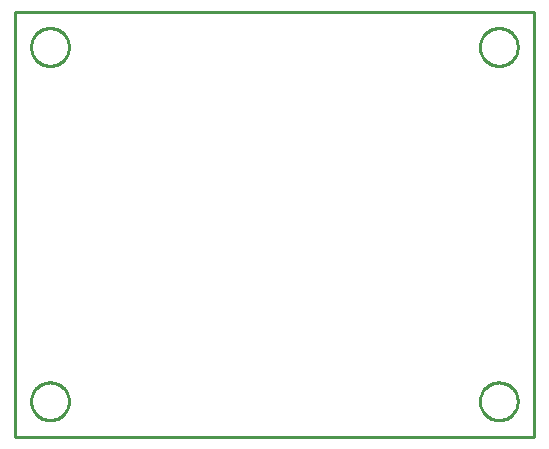
<source format=gbr>
G04 EAGLE Gerber RS-274X export*
G75*
%MOMM*%
%FSLAX34Y34*%
%LPD*%
%IN*%
%IPPOS*%
%AMOC8*
5,1,8,0,0,1.08239X$1,22.5*%
G01*
%ADD10C,0.254000*%


D10*
X0Y0D02*
X440000Y0D01*
X440000Y360000D01*
X0Y360000D01*
X0Y0D01*
X46000Y329476D02*
X45932Y328431D01*
X45795Y327392D01*
X45590Y326365D01*
X45319Y325353D01*
X44983Y324361D01*
X44582Y323393D01*
X44118Y322454D01*
X43595Y321546D01*
X43013Y320675D01*
X42375Y319844D01*
X41684Y319057D01*
X40943Y318316D01*
X40156Y317625D01*
X39325Y316988D01*
X38454Y316406D01*
X37546Y315882D01*
X36607Y315418D01*
X35639Y315017D01*
X34647Y314681D01*
X33635Y314410D01*
X32608Y314205D01*
X31569Y314069D01*
X30524Y314000D01*
X29476Y314000D01*
X28431Y314069D01*
X27392Y314205D01*
X26365Y314410D01*
X25353Y314681D01*
X24361Y315017D01*
X23393Y315418D01*
X22454Y315882D01*
X21546Y316406D01*
X20675Y316988D01*
X19844Y317625D01*
X19057Y318316D01*
X18316Y319057D01*
X17625Y319844D01*
X16988Y320675D01*
X16406Y321546D01*
X15882Y322454D01*
X15418Y323393D01*
X15017Y324361D01*
X14681Y325353D01*
X14410Y326365D01*
X14205Y327392D01*
X14069Y328431D01*
X14000Y329476D01*
X14000Y330524D01*
X14069Y331569D01*
X14205Y332608D01*
X14410Y333635D01*
X14681Y334647D01*
X15017Y335639D01*
X15418Y336607D01*
X15882Y337546D01*
X16406Y338454D01*
X16988Y339325D01*
X17625Y340156D01*
X18316Y340943D01*
X19057Y341684D01*
X19844Y342375D01*
X20675Y343013D01*
X21546Y343595D01*
X22454Y344118D01*
X23393Y344582D01*
X24361Y344983D01*
X25353Y345319D01*
X26365Y345590D01*
X27392Y345795D01*
X28431Y345932D01*
X29476Y346000D01*
X30524Y346000D01*
X31569Y345932D01*
X32608Y345795D01*
X33635Y345590D01*
X34647Y345319D01*
X35639Y344983D01*
X36607Y344582D01*
X37546Y344118D01*
X38454Y343595D01*
X39325Y343013D01*
X40156Y342375D01*
X40943Y341684D01*
X41684Y340943D01*
X42375Y340156D01*
X43013Y339325D01*
X43595Y338454D01*
X44118Y337546D01*
X44582Y336607D01*
X44983Y335639D01*
X45319Y334647D01*
X45590Y333635D01*
X45795Y332608D01*
X45932Y331569D01*
X46000Y330524D01*
X46000Y329476D01*
X46000Y29476D02*
X45932Y28431D01*
X45795Y27392D01*
X45590Y26365D01*
X45319Y25353D01*
X44983Y24361D01*
X44582Y23393D01*
X44118Y22454D01*
X43595Y21546D01*
X43013Y20675D01*
X42375Y19844D01*
X41684Y19057D01*
X40943Y18316D01*
X40156Y17625D01*
X39325Y16988D01*
X38454Y16406D01*
X37546Y15882D01*
X36607Y15418D01*
X35639Y15017D01*
X34647Y14681D01*
X33635Y14410D01*
X32608Y14205D01*
X31569Y14069D01*
X30524Y14000D01*
X29476Y14000D01*
X28431Y14069D01*
X27392Y14205D01*
X26365Y14410D01*
X25353Y14681D01*
X24361Y15017D01*
X23393Y15418D01*
X22454Y15882D01*
X21546Y16406D01*
X20675Y16988D01*
X19844Y17625D01*
X19057Y18316D01*
X18316Y19057D01*
X17625Y19844D01*
X16988Y20675D01*
X16406Y21546D01*
X15882Y22454D01*
X15418Y23393D01*
X15017Y24361D01*
X14681Y25353D01*
X14410Y26365D01*
X14205Y27392D01*
X14069Y28431D01*
X14000Y29476D01*
X14000Y30524D01*
X14069Y31569D01*
X14205Y32608D01*
X14410Y33635D01*
X14681Y34647D01*
X15017Y35639D01*
X15418Y36607D01*
X15882Y37546D01*
X16406Y38454D01*
X16988Y39325D01*
X17625Y40156D01*
X18316Y40943D01*
X19057Y41684D01*
X19844Y42375D01*
X20675Y43013D01*
X21546Y43595D01*
X22454Y44118D01*
X23393Y44582D01*
X24361Y44983D01*
X25353Y45319D01*
X26365Y45590D01*
X27392Y45795D01*
X28431Y45932D01*
X29476Y46000D01*
X30524Y46000D01*
X31569Y45932D01*
X32608Y45795D01*
X33635Y45590D01*
X34647Y45319D01*
X35639Y44983D01*
X36607Y44582D01*
X37546Y44118D01*
X38454Y43595D01*
X39325Y43013D01*
X40156Y42375D01*
X40943Y41684D01*
X41684Y40943D01*
X42375Y40156D01*
X43013Y39325D01*
X43595Y38454D01*
X44118Y37546D01*
X44582Y36607D01*
X44983Y35639D01*
X45319Y34647D01*
X45590Y33635D01*
X45795Y32608D01*
X45932Y31569D01*
X46000Y30524D01*
X46000Y29476D01*
X426000Y29476D02*
X425932Y28431D01*
X425795Y27392D01*
X425590Y26365D01*
X425319Y25353D01*
X424983Y24361D01*
X424582Y23393D01*
X424118Y22454D01*
X423595Y21546D01*
X423013Y20675D01*
X422375Y19844D01*
X421684Y19057D01*
X420943Y18316D01*
X420156Y17625D01*
X419325Y16988D01*
X418454Y16406D01*
X417546Y15882D01*
X416607Y15418D01*
X415639Y15017D01*
X414647Y14681D01*
X413635Y14410D01*
X412608Y14205D01*
X411569Y14069D01*
X410524Y14000D01*
X409476Y14000D01*
X408431Y14069D01*
X407392Y14205D01*
X406365Y14410D01*
X405353Y14681D01*
X404361Y15017D01*
X403393Y15418D01*
X402454Y15882D01*
X401546Y16406D01*
X400675Y16988D01*
X399844Y17625D01*
X399057Y18316D01*
X398316Y19057D01*
X397625Y19844D01*
X396988Y20675D01*
X396406Y21546D01*
X395882Y22454D01*
X395418Y23393D01*
X395017Y24361D01*
X394681Y25353D01*
X394410Y26365D01*
X394205Y27392D01*
X394069Y28431D01*
X394000Y29476D01*
X394000Y30524D01*
X394069Y31569D01*
X394205Y32608D01*
X394410Y33635D01*
X394681Y34647D01*
X395017Y35639D01*
X395418Y36607D01*
X395882Y37546D01*
X396406Y38454D01*
X396988Y39325D01*
X397625Y40156D01*
X398316Y40943D01*
X399057Y41684D01*
X399844Y42375D01*
X400675Y43013D01*
X401546Y43595D01*
X402454Y44118D01*
X403393Y44582D01*
X404361Y44983D01*
X405353Y45319D01*
X406365Y45590D01*
X407392Y45795D01*
X408431Y45932D01*
X409476Y46000D01*
X410524Y46000D01*
X411569Y45932D01*
X412608Y45795D01*
X413635Y45590D01*
X414647Y45319D01*
X415639Y44983D01*
X416607Y44582D01*
X417546Y44118D01*
X418454Y43595D01*
X419325Y43013D01*
X420156Y42375D01*
X420943Y41684D01*
X421684Y40943D01*
X422375Y40156D01*
X423013Y39325D01*
X423595Y38454D01*
X424118Y37546D01*
X424582Y36607D01*
X424983Y35639D01*
X425319Y34647D01*
X425590Y33635D01*
X425795Y32608D01*
X425932Y31569D01*
X426000Y30524D01*
X426000Y29476D01*
X426000Y329476D02*
X425932Y328431D01*
X425795Y327392D01*
X425590Y326365D01*
X425319Y325353D01*
X424983Y324361D01*
X424582Y323393D01*
X424118Y322454D01*
X423595Y321546D01*
X423013Y320675D01*
X422375Y319844D01*
X421684Y319057D01*
X420943Y318316D01*
X420156Y317625D01*
X419325Y316988D01*
X418454Y316406D01*
X417546Y315882D01*
X416607Y315418D01*
X415639Y315017D01*
X414647Y314681D01*
X413635Y314410D01*
X412608Y314205D01*
X411569Y314069D01*
X410524Y314000D01*
X409476Y314000D01*
X408431Y314069D01*
X407392Y314205D01*
X406365Y314410D01*
X405353Y314681D01*
X404361Y315017D01*
X403393Y315418D01*
X402454Y315882D01*
X401546Y316406D01*
X400675Y316988D01*
X399844Y317625D01*
X399057Y318316D01*
X398316Y319057D01*
X397625Y319844D01*
X396988Y320675D01*
X396406Y321546D01*
X395882Y322454D01*
X395418Y323393D01*
X395017Y324361D01*
X394681Y325353D01*
X394410Y326365D01*
X394205Y327392D01*
X394069Y328431D01*
X394000Y329476D01*
X394000Y330524D01*
X394069Y331569D01*
X394205Y332608D01*
X394410Y333635D01*
X394681Y334647D01*
X395017Y335639D01*
X395418Y336607D01*
X395882Y337546D01*
X396406Y338454D01*
X396988Y339325D01*
X397625Y340156D01*
X398316Y340943D01*
X399057Y341684D01*
X399844Y342375D01*
X400675Y343013D01*
X401546Y343595D01*
X402454Y344118D01*
X403393Y344582D01*
X404361Y344983D01*
X405353Y345319D01*
X406365Y345590D01*
X407392Y345795D01*
X408431Y345932D01*
X409476Y346000D01*
X410524Y346000D01*
X411569Y345932D01*
X412608Y345795D01*
X413635Y345590D01*
X414647Y345319D01*
X415639Y344983D01*
X416607Y344582D01*
X417546Y344118D01*
X418454Y343595D01*
X419325Y343013D01*
X420156Y342375D01*
X420943Y341684D01*
X421684Y340943D01*
X422375Y340156D01*
X423013Y339325D01*
X423595Y338454D01*
X424118Y337546D01*
X424582Y336607D01*
X424983Y335639D01*
X425319Y334647D01*
X425590Y333635D01*
X425795Y332608D01*
X425932Y331569D01*
X426000Y330524D01*
X426000Y329476D01*
M02*

</source>
